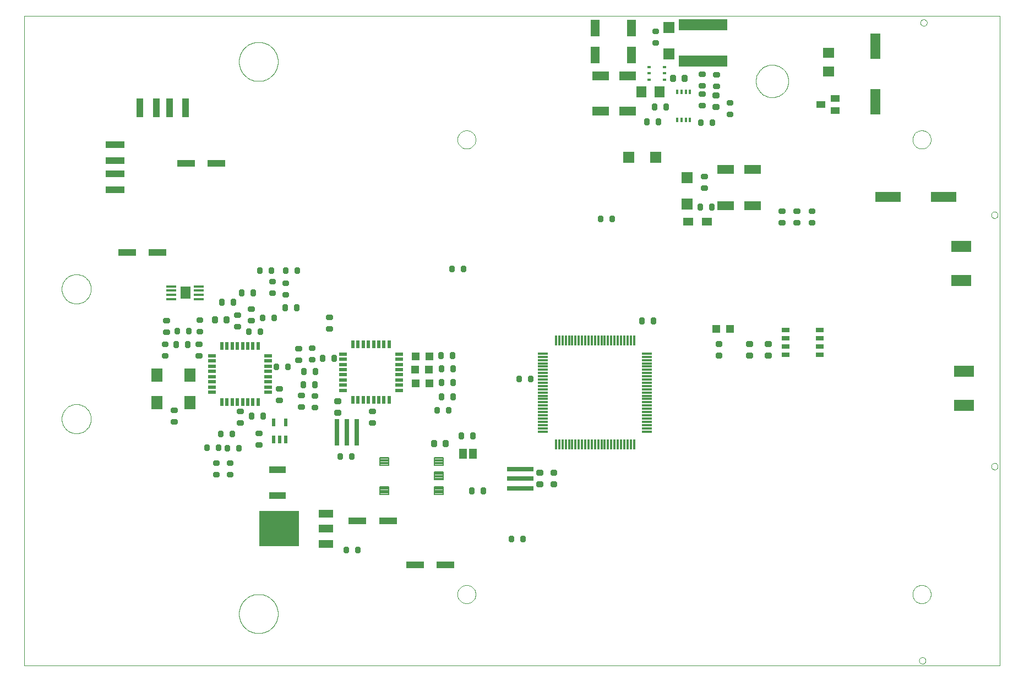
<source format=gtp>
G75*
G70*
%OFA0B0*%
%FSLAX24Y24*%
%IPPOS*%
%LPD*%
%AMOC8*
5,1,8,0,0,1.08239X$1,22.5*
%
%ADD10C,0.0000*%
%ADD11R,0.1102X0.0394*%
%ADD12R,0.0472X0.0472*%
%ADD13R,0.2441X0.2126*%
%ADD14R,0.0630X0.0394*%
%ADD15R,0.0880X0.0480*%
%ADD16R,0.0866X0.1417*%
%ADD17C,0.0283*%
%ADD18R,0.0591X0.0118*%
%ADD19R,0.0118X0.0591*%
%ADD20R,0.0460X0.0630*%
%ADD21C,0.0083*%
%ADD22R,0.0217X0.0472*%
%ADD23R,0.0220X0.0500*%
%ADD24R,0.0500X0.0220*%
%ADD25R,0.0630X0.0157*%
%ADD26R,0.0618X0.0744*%
%ADD27R,0.0440X0.1130*%
%ADD28R,0.0157X0.0260*%
%ADD29R,0.0630X0.0710*%
%ADD30R,0.0710X0.0630*%
%ADD31R,0.0591X0.0472*%
%ADD32R,0.0669X0.0709*%
%ADD33R,0.0551X0.0394*%
%ADD34R,0.0236X0.0177*%
%ADD35R,0.2953X0.0709*%
%ADD36R,0.0984X0.0394*%
%ADD37R,0.1240X0.0701*%
%ADD38R,0.0551X0.1024*%
%ADD39R,0.1024X0.0551*%
%ADD40R,0.0709X0.0787*%
%ADD41R,0.1130X0.0440*%
%ADD42R,0.0709X0.0669*%
%ADD43R,0.0630X0.1535*%
%ADD44R,0.0276X0.1614*%
%ADD45R,0.1614X0.0276*%
%ADD46R,0.1535X0.0630*%
%ADD47R,0.0500X0.0250*%
D10*
X000382Y000190D02*
X000382Y039560D01*
X059437Y039560D01*
X059437Y000190D01*
X000382Y000190D01*
X013374Y003340D02*
X013376Y003409D01*
X013382Y003477D01*
X013392Y003545D01*
X013406Y003612D01*
X013424Y003679D01*
X013445Y003744D01*
X013471Y003808D01*
X013500Y003870D01*
X013532Y003930D01*
X013568Y003989D01*
X013608Y004045D01*
X013650Y004099D01*
X013696Y004150D01*
X013745Y004199D01*
X013796Y004245D01*
X013850Y004287D01*
X013906Y004327D01*
X013964Y004363D01*
X014025Y004395D01*
X014087Y004424D01*
X014151Y004450D01*
X014216Y004471D01*
X014283Y004489D01*
X014350Y004503D01*
X014418Y004513D01*
X014486Y004519D01*
X014555Y004521D01*
X014624Y004519D01*
X014692Y004513D01*
X014760Y004503D01*
X014827Y004489D01*
X014894Y004471D01*
X014959Y004450D01*
X015023Y004424D01*
X015085Y004395D01*
X015145Y004363D01*
X015204Y004327D01*
X015260Y004287D01*
X015314Y004245D01*
X015365Y004199D01*
X015414Y004150D01*
X015460Y004099D01*
X015502Y004045D01*
X015542Y003989D01*
X015578Y003930D01*
X015610Y003870D01*
X015639Y003808D01*
X015665Y003744D01*
X015686Y003679D01*
X015704Y003612D01*
X015718Y003545D01*
X015728Y003477D01*
X015734Y003409D01*
X015736Y003340D01*
X015734Y003271D01*
X015728Y003203D01*
X015718Y003135D01*
X015704Y003068D01*
X015686Y003001D01*
X015665Y002936D01*
X015639Y002872D01*
X015610Y002810D01*
X015578Y002749D01*
X015542Y002691D01*
X015502Y002635D01*
X015460Y002581D01*
X015414Y002530D01*
X015365Y002481D01*
X015314Y002435D01*
X015260Y002393D01*
X015204Y002353D01*
X015146Y002317D01*
X015085Y002285D01*
X015023Y002256D01*
X014959Y002230D01*
X014894Y002209D01*
X014827Y002191D01*
X014760Y002177D01*
X014692Y002167D01*
X014624Y002161D01*
X014555Y002159D01*
X014486Y002161D01*
X014418Y002167D01*
X014350Y002177D01*
X014283Y002191D01*
X014216Y002209D01*
X014151Y002230D01*
X014087Y002256D01*
X014025Y002285D01*
X013964Y002317D01*
X013906Y002353D01*
X013850Y002393D01*
X013796Y002435D01*
X013745Y002481D01*
X013696Y002530D01*
X013650Y002581D01*
X013608Y002635D01*
X013568Y002691D01*
X013532Y002749D01*
X013500Y002810D01*
X013471Y002872D01*
X013445Y002936D01*
X013424Y003001D01*
X013406Y003068D01*
X013392Y003135D01*
X013382Y003203D01*
X013376Y003271D01*
X013374Y003340D01*
X026603Y004521D02*
X026605Y004568D01*
X026611Y004614D01*
X026621Y004660D01*
X026634Y004705D01*
X026652Y004748D01*
X026673Y004790D01*
X026697Y004830D01*
X026725Y004867D01*
X026756Y004902D01*
X026790Y004935D01*
X026826Y004964D01*
X026865Y004990D01*
X026906Y005013D01*
X026949Y005032D01*
X026993Y005048D01*
X027038Y005060D01*
X027084Y005068D01*
X027131Y005072D01*
X027177Y005072D01*
X027224Y005068D01*
X027270Y005060D01*
X027315Y005048D01*
X027359Y005032D01*
X027402Y005013D01*
X027443Y004990D01*
X027482Y004964D01*
X027518Y004935D01*
X027552Y004902D01*
X027583Y004867D01*
X027611Y004830D01*
X027635Y004790D01*
X027656Y004748D01*
X027674Y004705D01*
X027687Y004660D01*
X027697Y004614D01*
X027703Y004568D01*
X027705Y004521D01*
X027703Y004474D01*
X027697Y004428D01*
X027687Y004382D01*
X027674Y004337D01*
X027656Y004294D01*
X027635Y004252D01*
X027611Y004212D01*
X027583Y004175D01*
X027552Y004140D01*
X027518Y004107D01*
X027482Y004078D01*
X027443Y004052D01*
X027402Y004029D01*
X027359Y004010D01*
X027315Y003994D01*
X027270Y003982D01*
X027224Y003974D01*
X027177Y003970D01*
X027131Y003970D01*
X027084Y003974D01*
X027038Y003982D01*
X026993Y003994D01*
X026949Y004010D01*
X026906Y004029D01*
X026865Y004052D01*
X026826Y004078D01*
X026790Y004107D01*
X026756Y004140D01*
X026725Y004175D01*
X026697Y004212D01*
X026673Y004252D01*
X026652Y004294D01*
X026634Y004337D01*
X026621Y004382D01*
X026611Y004428D01*
X026605Y004474D01*
X026603Y004521D01*
X002645Y015151D02*
X002647Y015210D01*
X002653Y015269D01*
X002663Y015327D01*
X002676Y015385D01*
X002694Y015442D01*
X002715Y015497D01*
X002740Y015551D01*
X002769Y015603D01*
X002801Y015652D01*
X002836Y015700D01*
X002874Y015745D01*
X002915Y015788D01*
X002959Y015828D01*
X003005Y015864D01*
X003054Y015898D01*
X003105Y015928D01*
X003158Y015955D01*
X003213Y015978D01*
X003268Y015997D01*
X003326Y016013D01*
X003384Y016025D01*
X003442Y016033D01*
X003501Y016037D01*
X003561Y016037D01*
X003620Y016033D01*
X003678Y016025D01*
X003736Y016013D01*
X003794Y015997D01*
X003849Y015978D01*
X003904Y015955D01*
X003957Y015928D01*
X004008Y015898D01*
X004057Y015864D01*
X004103Y015828D01*
X004147Y015788D01*
X004188Y015745D01*
X004226Y015700D01*
X004261Y015652D01*
X004293Y015603D01*
X004322Y015551D01*
X004347Y015497D01*
X004368Y015442D01*
X004386Y015385D01*
X004399Y015327D01*
X004409Y015269D01*
X004415Y015210D01*
X004417Y015151D01*
X004415Y015092D01*
X004409Y015033D01*
X004399Y014975D01*
X004386Y014917D01*
X004368Y014860D01*
X004347Y014805D01*
X004322Y014751D01*
X004293Y014699D01*
X004261Y014650D01*
X004226Y014602D01*
X004188Y014557D01*
X004147Y014514D01*
X004103Y014474D01*
X004057Y014438D01*
X004008Y014404D01*
X003957Y014374D01*
X003904Y014347D01*
X003849Y014324D01*
X003794Y014305D01*
X003736Y014289D01*
X003678Y014277D01*
X003620Y014269D01*
X003561Y014265D01*
X003501Y014265D01*
X003442Y014269D01*
X003384Y014277D01*
X003326Y014289D01*
X003268Y014305D01*
X003213Y014324D01*
X003158Y014347D01*
X003105Y014374D01*
X003054Y014404D01*
X003005Y014438D01*
X002959Y014474D01*
X002915Y014514D01*
X002874Y014557D01*
X002836Y014602D01*
X002801Y014650D01*
X002769Y014699D01*
X002740Y014751D01*
X002715Y014805D01*
X002694Y014860D01*
X002676Y014917D01*
X002663Y014975D01*
X002653Y015033D01*
X002647Y015092D01*
X002645Y015151D01*
X002645Y023025D02*
X002647Y023084D01*
X002653Y023143D01*
X002663Y023201D01*
X002676Y023259D01*
X002694Y023316D01*
X002715Y023371D01*
X002740Y023425D01*
X002769Y023477D01*
X002801Y023526D01*
X002836Y023574D01*
X002874Y023619D01*
X002915Y023662D01*
X002959Y023702D01*
X003005Y023738D01*
X003054Y023772D01*
X003105Y023802D01*
X003158Y023829D01*
X003213Y023852D01*
X003268Y023871D01*
X003326Y023887D01*
X003384Y023899D01*
X003442Y023907D01*
X003501Y023911D01*
X003561Y023911D01*
X003620Y023907D01*
X003678Y023899D01*
X003736Y023887D01*
X003794Y023871D01*
X003849Y023852D01*
X003904Y023829D01*
X003957Y023802D01*
X004008Y023772D01*
X004057Y023738D01*
X004103Y023702D01*
X004147Y023662D01*
X004188Y023619D01*
X004226Y023574D01*
X004261Y023526D01*
X004293Y023477D01*
X004322Y023425D01*
X004347Y023371D01*
X004368Y023316D01*
X004386Y023259D01*
X004399Y023201D01*
X004409Y023143D01*
X004415Y023084D01*
X004417Y023025D01*
X004415Y022966D01*
X004409Y022907D01*
X004399Y022849D01*
X004386Y022791D01*
X004368Y022734D01*
X004347Y022679D01*
X004322Y022625D01*
X004293Y022573D01*
X004261Y022524D01*
X004226Y022476D01*
X004188Y022431D01*
X004147Y022388D01*
X004103Y022348D01*
X004057Y022312D01*
X004008Y022278D01*
X003957Y022248D01*
X003904Y022221D01*
X003849Y022198D01*
X003794Y022179D01*
X003736Y022163D01*
X003678Y022151D01*
X003620Y022143D01*
X003561Y022139D01*
X003501Y022139D01*
X003442Y022143D01*
X003384Y022151D01*
X003326Y022163D01*
X003268Y022179D01*
X003213Y022198D01*
X003158Y022221D01*
X003105Y022248D01*
X003054Y022278D01*
X003005Y022312D01*
X002959Y022348D01*
X002915Y022388D01*
X002874Y022431D01*
X002836Y022476D01*
X002801Y022524D01*
X002769Y022573D01*
X002740Y022625D01*
X002715Y022679D01*
X002694Y022734D01*
X002676Y022791D01*
X002663Y022849D01*
X002653Y022907D01*
X002647Y022966D01*
X002645Y023025D01*
X013374Y036804D02*
X013376Y036873D01*
X013382Y036941D01*
X013392Y037009D01*
X013406Y037076D01*
X013424Y037143D01*
X013445Y037208D01*
X013471Y037272D01*
X013500Y037334D01*
X013532Y037394D01*
X013568Y037453D01*
X013608Y037509D01*
X013650Y037563D01*
X013696Y037614D01*
X013745Y037663D01*
X013796Y037709D01*
X013850Y037751D01*
X013906Y037791D01*
X013964Y037827D01*
X014025Y037859D01*
X014087Y037888D01*
X014151Y037914D01*
X014216Y037935D01*
X014283Y037953D01*
X014350Y037967D01*
X014418Y037977D01*
X014486Y037983D01*
X014555Y037985D01*
X014624Y037983D01*
X014692Y037977D01*
X014760Y037967D01*
X014827Y037953D01*
X014894Y037935D01*
X014959Y037914D01*
X015023Y037888D01*
X015085Y037859D01*
X015145Y037827D01*
X015204Y037791D01*
X015260Y037751D01*
X015314Y037709D01*
X015365Y037663D01*
X015414Y037614D01*
X015460Y037563D01*
X015502Y037509D01*
X015542Y037453D01*
X015578Y037394D01*
X015610Y037334D01*
X015639Y037272D01*
X015665Y037208D01*
X015686Y037143D01*
X015704Y037076D01*
X015718Y037009D01*
X015728Y036941D01*
X015734Y036873D01*
X015736Y036804D01*
X015734Y036735D01*
X015728Y036667D01*
X015718Y036599D01*
X015704Y036532D01*
X015686Y036465D01*
X015665Y036400D01*
X015639Y036336D01*
X015610Y036274D01*
X015578Y036213D01*
X015542Y036155D01*
X015502Y036099D01*
X015460Y036045D01*
X015414Y035994D01*
X015365Y035945D01*
X015314Y035899D01*
X015260Y035857D01*
X015204Y035817D01*
X015146Y035781D01*
X015085Y035749D01*
X015023Y035720D01*
X014959Y035694D01*
X014894Y035673D01*
X014827Y035655D01*
X014760Y035641D01*
X014692Y035631D01*
X014624Y035625D01*
X014555Y035623D01*
X014486Y035625D01*
X014418Y035631D01*
X014350Y035641D01*
X014283Y035655D01*
X014216Y035673D01*
X014151Y035694D01*
X014087Y035720D01*
X014025Y035749D01*
X013964Y035781D01*
X013906Y035817D01*
X013850Y035857D01*
X013796Y035899D01*
X013745Y035945D01*
X013696Y035994D01*
X013650Y036045D01*
X013608Y036099D01*
X013568Y036155D01*
X013532Y036213D01*
X013500Y036274D01*
X013471Y036336D01*
X013445Y036400D01*
X013424Y036465D01*
X013406Y036532D01*
X013392Y036599D01*
X013382Y036667D01*
X013376Y036735D01*
X013374Y036804D01*
X026603Y032080D02*
X026605Y032127D01*
X026611Y032173D01*
X026621Y032219D01*
X026634Y032264D01*
X026652Y032307D01*
X026673Y032349D01*
X026697Y032389D01*
X026725Y032426D01*
X026756Y032461D01*
X026790Y032494D01*
X026826Y032523D01*
X026865Y032549D01*
X026906Y032572D01*
X026949Y032591D01*
X026993Y032607D01*
X027038Y032619D01*
X027084Y032627D01*
X027131Y032631D01*
X027177Y032631D01*
X027224Y032627D01*
X027270Y032619D01*
X027315Y032607D01*
X027359Y032591D01*
X027402Y032572D01*
X027443Y032549D01*
X027482Y032523D01*
X027518Y032494D01*
X027552Y032461D01*
X027583Y032426D01*
X027611Y032389D01*
X027635Y032349D01*
X027656Y032307D01*
X027674Y032264D01*
X027687Y032219D01*
X027697Y032173D01*
X027703Y032127D01*
X027705Y032080D01*
X027703Y032033D01*
X027697Y031987D01*
X027687Y031941D01*
X027674Y031896D01*
X027656Y031853D01*
X027635Y031811D01*
X027611Y031771D01*
X027583Y031734D01*
X027552Y031699D01*
X027518Y031666D01*
X027482Y031637D01*
X027443Y031611D01*
X027402Y031588D01*
X027359Y031569D01*
X027315Y031553D01*
X027270Y031541D01*
X027224Y031533D01*
X027177Y031529D01*
X027131Y031529D01*
X027084Y031533D01*
X027038Y031541D01*
X026993Y031553D01*
X026949Y031569D01*
X026906Y031588D01*
X026865Y031611D01*
X026826Y031637D01*
X026790Y031666D01*
X026756Y031699D01*
X026725Y031734D01*
X026697Y031771D01*
X026673Y031811D01*
X026652Y031853D01*
X026634Y031896D01*
X026621Y031941D01*
X026611Y031987D01*
X026605Y032033D01*
X026603Y032080D01*
X044673Y035623D02*
X044675Y035685D01*
X044681Y035748D01*
X044691Y035809D01*
X044705Y035870D01*
X044722Y035930D01*
X044743Y035989D01*
X044769Y036046D01*
X044797Y036101D01*
X044829Y036155D01*
X044865Y036206D01*
X044903Y036256D01*
X044945Y036302D01*
X044989Y036346D01*
X045037Y036387D01*
X045086Y036425D01*
X045138Y036459D01*
X045192Y036490D01*
X045248Y036518D01*
X045306Y036542D01*
X045365Y036563D01*
X045425Y036579D01*
X045486Y036592D01*
X045548Y036601D01*
X045610Y036606D01*
X045673Y036607D01*
X045735Y036604D01*
X045797Y036597D01*
X045859Y036586D01*
X045919Y036571D01*
X045979Y036553D01*
X046037Y036531D01*
X046094Y036505D01*
X046149Y036475D01*
X046202Y036442D01*
X046253Y036406D01*
X046301Y036367D01*
X046347Y036324D01*
X046390Y036279D01*
X046430Y036231D01*
X046467Y036181D01*
X046501Y036128D01*
X046532Y036074D01*
X046558Y036018D01*
X046582Y035960D01*
X046601Y035900D01*
X046617Y035840D01*
X046629Y035778D01*
X046637Y035717D01*
X046641Y035654D01*
X046641Y035592D01*
X046637Y035529D01*
X046629Y035468D01*
X046617Y035406D01*
X046601Y035346D01*
X046582Y035286D01*
X046558Y035228D01*
X046532Y035172D01*
X046501Y035118D01*
X046467Y035065D01*
X046430Y035015D01*
X046390Y034967D01*
X046347Y034922D01*
X046301Y034879D01*
X046253Y034840D01*
X046202Y034804D01*
X046149Y034771D01*
X046094Y034741D01*
X046037Y034715D01*
X045979Y034693D01*
X045919Y034675D01*
X045859Y034660D01*
X045797Y034649D01*
X045735Y034642D01*
X045673Y034639D01*
X045610Y034640D01*
X045548Y034645D01*
X045486Y034654D01*
X045425Y034667D01*
X045365Y034683D01*
X045306Y034704D01*
X045248Y034728D01*
X045192Y034756D01*
X045138Y034787D01*
X045086Y034821D01*
X045037Y034859D01*
X044989Y034900D01*
X044945Y034944D01*
X044903Y034990D01*
X044865Y035040D01*
X044829Y035091D01*
X044797Y035145D01*
X044769Y035200D01*
X044743Y035257D01*
X044722Y035316D01*
X044705Y035376D01*
X044691Y035437D01*
X044681Y035498D01*
X044675Y035561D01*
X044673Y035623D01*
X054162Y032080D02*
X054164Y032127D01*
X054170Y032173D01*
X054180Y032219D01*
X054193Y032264D01*
X054211Y032307D01*
X054232Y032349D01*
X054256Y032389D01*
X054284Y032426D01*
X054315Y032461D01*
X054349Y032494D01*
X054385Y032523D01*
X054424Y032549D01*
X054465Y032572D01*
X054508Y032591D01*
X054552Y032607D01*
X054597Y032619D01*
X054643Y032627D01*
X054690Y032631D01*
X054736Y032631D01*
X054783Y032627D01*
X054829Y032619D01*
X054874Y032607D01*
X054918Y032591D01*
X054961Y032572D01*
X055002Y032549D01*
X055041Y032523D01*
X055077Y032494D01*
X055111Y032461D01*
X055142Y032426D01*
X055170Y032389D01*
X055194Y032349D01*
X055215Y032307D01*
X055233Y032264D01*
X055246Y032219D01*
X055256Y032173D01*
X055262Y032127D01*
X055264Y032080D01*
X055262Y032033D01*
X055256Y031987D01*
X055246Y031941D01*
X055233Y031896D01*
X055215Y031853D01*
X055194Y031811D01*
X055170Y031771D01*
X055142Y031734D01*
X055111Y031699D01*
X055077Y031666D01*
X055041Y031637D01*
X055002Y031611D01*
X054961Y031588D01*
X054918Y031569D01*
X054874Y031553D01*
X054829Y031541D01*
X054783Y031533D01*
X054736Y031529D01*
X054690Y031529D01*
X054643Y031533D01*
X054597Y031541D01*
X054552Y031553D01*
X054508Y031569D01*
X054465Y031588D01*
X054424Y031611D01*
X054385Y031637D01*
X054349Y031666D01*
X054315Y031699D01*
X054284Y031734D01*
X054256Y031771D01*
X054232Y031811D01*
X054211Y031853D01*
X054193Y031896D01*
X054180Y031941D01*
X054170Y031987D01*
X054164Y032033D01*
X054162Y032080D01*
X058925Y027513D02*
X058927Y027540D01*
X058933Y027567D01*
X058942Y027593D01*
X058955Y027617D01*
X058971Y027640D01*
X058990Y027659D01*
X059012Y027676D01*
X059036Y027690D01*
X059061Y027700D01*
X059088Y027707D01*
X059115Y027710D01*
X059143Y027709D01*
X059170Y027704D01*
X059196Y027696D01*
X059220Y027684D01*
X059243Y027668D01*
X059264Y027650D01*
X059281Y027629D01*
X059296Y027605D01*
X059307Y027580D01*
X059315Y027554D01*
X059319Y027527D01*
X059319Y027499D01*
X059315Y027472D01*
X059307Y027446D01*
X059296Y027421D01*
X059281Y027397D01*
X059264Y027376D01*
X059243Y027358D01*
X059221Y027342D01*
X059196Y027330D01*
X059170Y027322D01*
X059143Y027317D01*
X059115Y027316D01*
X059088Y027319D01*
X059061Y027326D01*
X059036Y027336D01*
X059012Y027350D01*
X058990Y027367D01*
X058971Y027386D01*
X058955Y027409D01*
X058942Y027433D01*
X058933Y027459D01*
X058927Y027486D01*
X058925Y027513D01*
X054634Y039166D02*
X054636Y039193D01*
X054642Y039220D01*
X054651Y039246D01*
X054664Y039270D01*
X054680Y039293D01*
X054699Y039312D01*
X054721Y039329D01*
X054745Y039343D01*
X054770Y039353D01*
X054797Y039360D01*
X054824Y039363D01*
X054852Y039362D01*
X054879Y039357D01*
X054905Y039349D01*
X054929Y039337D01*
X054952Y039321D01*
X054973Y039303D01*
X054990Y039282D01*
X055005Y039258D01*
X055016Y039233D01*
X055024Y039207D01*
X055028Y039180D01*
X055028Y039152D01*
X055024Y039125D01*
X055016Y039099D01*
X055005Y039074D01*
X054990Y039050D01*
X054973Y039029D01*
X054952Y039011D01*
X054930Y038995D01*
X054905Y038983D01*
X054879Y038975D01*
X054852Y038970D01*
X054824Y038969D01*
X054797Y038972D01*
X054770Y038979D01*
X054745Y038989D01*
X054721Y039003D01*
X054699Y039020D01*
X054680Y039039D01*
X054664Y039062D01*
X054651Y039086D01*
X054642Y039112D01*
X054636Y039139D01*
X054634Y039166D01*
X058925Y012277D02*
X058927Y012304D01*
X058933Y012331D01*
X058942Y012357D01*
X058955Y012381D01*
X058971Y012404D01*
X058990Y012423D01*
X059012Y012440D01*
X059036Y012454D01*
X059061Y012464D01*
X059088Y012471D01*
X059115Y012474D01*
X059143Y012473D01*
X059170Y012468D01*
X059196Y012460D01*
X059220Y012448D01*
X059243Y012432D01*
X059264Y012414D01*
X059281Y012393D01*
X059296Y012369D01*
X059307Y012344D01*
X059315Y012318D01*
X059319Y012291D01*
X059319Y012263D01*
X059315Y012236D01*
X059307Y012210D01*
X059296Y012185D01*
X059281Y012161D01*
X059264Y012140D01*
X059243Y012122D01*
X059221Y012106D01*
X059196Y012094D01*
X059170Y012086D01*
X059143Y012081D01*
X059115Y012080D01*
X059088Y012083D01*
X059061Y012090D01*
X059036Y012100D01*
X059012Y012114D01*
X058990Y012131D01*
X058971Y012150D01*
X058955Y012173D01*
X058942Y012197D01*
X058933Y012223D01*
X058927Y012250D01*
X058925Y012277D01*
X054162Y004521D02*
X054164Y004568D01*
X054170Y004614D01*
X054180Y004660D01*
X054193Y004705D01*
X054211Y004748D01*
X054232Y004790D01*
X054256Y004830D01*
X054284Y004867D01*
X054315Y004902D01*
X054349Y004935D01*
X054385Y004964D01*
X054424Y004990D01*
X054465Y005013D01*
X054508Y005032D01*
X054552Y005048D01*
X054597Y005060D01*
X054643Y005068D01*
X054690Y005072D01*
X054736Y005072D01*
X054783Y005068D01*
X054829Y005060D01*
X054874Y005048D01*
X054918Y005032D01*
X054961Y005013D01*
X055002Y004990D01*
X055041Y004964D01*
X055077Y004935D01*
X055111Y004902D01*
X055142Y004867D01*
X055170Y004830D01*
X055194Y004790D01*
X055215Y004748D01*
X055233Y004705D01*
X055246Y004660D01*
X055256Y004614D01*
X055262Y004568D01*
X055264Y004521D01*
X055262Y004474D01*
X055256Y004428D01*
X055246Y004382D01*
X055233Y004337D01*
X055215Y004294D01*
X055194Y004252D01*
X055170Y004212D01*
X055142Y004175D01*
X055111Y004140D01*
X055077Y004107D01*
X055041Y004078D01*
X055002Y004052D01*
X054961Y004029D01*
X054918Y004010D01*
X054874Y003994D01*
X054829Y003982D01*
X054783Y003974D01*
X054736Y003970D01*
X054690Y003970D01*
X054643Y003974D01*
X054597Y003982D01*
X054552Y003994D01*
X054508Y004010D01*
X054465Y004029D01*
X054424Y004052D01*
X054385Y004078D01*
X054349Y004107D01*
X054315Y004140D01*
X054284Y004175D01*
X054256Y004212D01*
X054232Y004252D01*
X054211Y004294D01*
X054193Y004337D01*
X054180Y004382D01*
X054170Y004428D01*
X054164Y004474D01*
X054162Y004521D01*
X054555Y000505D02*
X054557Y000532D01*
X054563Y000559D01*
X054572Y000585D01*
X054585Y000609D01*
X054601Y000632D01*
X054620Y000651D01*
X054642Y000668D01*
X054666Y000682D01*
X054691Y000692D01*
X054718Y000699D01*
X054745Y000702D01*
X054773Y000701D01*
X054800Y000696D01*
X054826Y000688D01*
X054850Y000676D01*
X054873Y000660D01*
X054894Y000642D01*
X054911Y000621D01*
X054926Y000597D01*
X054937Y000572D01*
X054945Y000546D01*
X054949Y000519D01*
X054949Y000491D01*
X054945Y000464D01*
X054937Y000438D01*
X054926Y000413D01*
X054911Y000389D01*
X054894Y000368D01*
X054873Y000350D01*
X054851Y000334D01*
X054826Y000322D01*
X054800Y000314D01*
X054773Y000309D01*
X054745Y000308D01*
X054718Y000311D01*
X054691Y000318D01*
X054666Y000328D01*
X054642Y000342D01*
X054620Y000359D01*
X054601Y000378D01*
X054585Y000401D01*
X054572Y000425D01*
X054563Y000451D01*
X054557Y000478D01*
X054555Y000505D01*
D11*
X025886Y006294D03*
X024036Y006294D03*
X022397Y008961D03*
X020547Y008961D03*
X008453Y025249D03*
X006602Y025249D03*
X010165Y030623D03*
X012016Y030623D03*
D12*
X024066Y018938D03*
X024893Y018938D03*
X024873Y018129D03*
X024046Y018129D03*
X024066Y017320D03*
X024893Y017320D03*
X042269Y020590D03*
X043095Y020590D03*
D13*
X015798Y008490D03*
D14*
X018672Y007592D03*
X018672Y009388D03*
D15*
X018652Y009400D03*
X018652Y008490D03*
X018652Y007580D03*
D16*
X016212Y008490D03*
D17*
X019833Y007286D02*
X019833Y007136D01*
X019833Y007286D02*
X019905Y007286D01*
X019905Y007136D01*
X019833Y007136D01*
X020533Y007136D02*
X020533Y007286D01*
X020605Y007286D01*
X020605Y007136D01*
X020533Y007136D01*
X027446Y010715D02*
X027518Y010715D01*
X027446Y010715D02*
X027446Y010865D01*
X027518Y010865D01*
X027518Y010715D01*
X028146Y010715D02*
X028218Y010715D01*
X028146Y010715D02*
X028146Y010865D01*
X028218Y010865D01*
X028218Y010715D01*
X031657Y011154D02*
X031657Y011226D01*
X031657Y011154D02*
X031507Y011154D01*
X031507Y011226D01*
X031657Y011226D01*
X032357Y011226D02*
X032357Y011154D01*
X032357Y011226D02*
X032507Y011226D01*
X032507Y011154D01*
X032357Y011154D01*
X032357Y011854D02*
X032357Y011926D01*
X032507Y011926D01*
X032507Y011854D01*
X032357Y011854D01*
X031657Y011854D02*
X031657Y011926D01*
X031657Y011854D02*
X031507Y011854D01*
X031507Y011926D01*
X031657Y011926D01*
X027506Y014042D02*
X027506Y014192D01*
X027578Y014192D01*
X027578Y014042D01*
X027506Y014042D01*
X026806Y014042D02*
X026806Y014192D01*
X026878Y014192D01*
X026878Y014042D01*
X026806Y014042D01*
X025924Y013728D02*
X025924Y013578D01*
X025852Y013578D01*
X025852Y013728D01*
X025924Y013728D01*
X025224Y013728D02*
X025224Y013578D01*
X025152Y013578D01*
X025152Y013728D01*
X025224Y013728D01*
X025337Y015591D02*
X025409Y015591D01*
X025337Y015591D02*
X025337Y015741D01*
X025409Y015741D01*
X025409Y015591D01*
X026037Y015591D02*
X026109Y015591D01*
X026037Y015591D02*
X026037Y015741D01*
X026109Y015741D01*
X026109Y015591D01*
X026313Y016411D02*
X026385Y016411D01*
X026313Y016411D02*
X026313Y016561D01*
X026385Y016561D01*
X026385Y016411D01*
X025685Y016411D02*
X025613Y016411D01*
X025613Y016561D01*
X025685Y016561D01*
X025685Y016411D01*
X025665Y017434D02*
X025593Y017434D01*
X025665Y017434D02*
X025665Y017284D01*
X025593Y017284D01*
X025593Y017434D01*
X026293Y017434D02*
X026365Y017434D01*
X026365Y017284D01*
X026293Y017284D01*
X026293Y017434D01*
X026293Y018272D02*
X026365Y018272D01*
X026365Y018122D01*
X026293Y018122D01*
X026293Y018272D01*
X025665Y018272D02*
X025593Y018272D01*
X025665Y018272D02*
X025665Y018122D01*
X025593Y018122D01*
X025593Y018272D01*
X025583Y018922D02*
X025655Y018922D01*
X025583Y018922D02*
X025583Y019072D01*
X025655Y019072D01*
X025655Y018922D01*
X026283Y018922D02*
X026355Y018922D01*
X026283Y018922D02*
X026283Y019072D01*
X026355Y019072D01*
X026355Y018922D01*
X030312Y017641D02*
X030312Y017491D01*
X030312Y017641D02*
X030384Y017641D01*
X030384Y017491D01*
X030312Y017491D01*
X031012Y017491D02*
X031012Y017641D01*
X031084Y017641D01*
X031084Y017491D01*
X031012Y017491D01*
X037818Y021015D02*
X037818Y021165D01*
X037818Y021015D02*
X037746Y021015D01*
X037746Y021165D01*
X037818Y021165D01*
X038518Y021165D02*
X038518Y021015D01*
X038446Y021015D01*
X038446Y021165D01*
X038518Y021165D01*
X042357Y019726D02*
X042357Y019654D01*
X042357Y019726D02*
X042507Y019726D01*
X042507Y019654D01*
X042357Y019654D01*
X042357Y019026D02*
X042357Y018954D01*
X042357Y019026D02*
X042507Y019026D01*
X042507Y018954D01*
X042357Y018954D01*
X044359Y018954D02*
X044359Y019026D01*
X044359Y018954D02*
X044209Y018954D01*
X044209Y019026D01*
X044359Y019026D01*
X044359Y019654D02*
X044359Y019726D01*
X044359Y019654D02*
X044209Y019654D01*
X044209Y019726D01*
X044359Y019726D01*
X045498Y019726D02*
X045498Y019654D01*
X045348Y019654D01*
X045348Y019726D01*
X045498Y019726D01*
X045498Y019026D02*
X045498Y018954D01*
X045348Y018954D01*
X045348Y019026D01*
X045498Y019026D01*
X046173Y027009D02*
X046173Y027081D01*
X046323Y027081D01*
X046323Y027009D01*
X046173Y027009D01*
X046173Y027709D02*
X046173Y027781D01*
X046323Y027781D01*
X046323Y027709D01*
X046173Y027709D01*
X047079Y027689D02*
X047229Y027689D01*
X047079Y027689D02*
X047079Y027761D01*
X047229Y027761D01*
X047229Y027689D01*
X047229Y026989D02*
X047079Y026989D01*
X047079Y027061D01*
X047229Y027061D01*
X047229Y026989D01*
X048004Y026989D02*
X048004Y027061D01*
X048154Y027061D01*
X048154Y026989D01*
X048004Y026989D01*
X048004Y027689D02*
X048004Y027761D01*
X048154Y027761D01*
X048154Y027689D01*
X048004Y027689D01*
X042028Y027910D02*
X041956Y027910D01*
X041956Y028060D01*
X042028Y028060D01*
X042028Y027910D01*
X041328Y027910D02*
X041256Y027910D01*
X041256Y028060D01*
X041328Y028060D01*
X041328Y027910D01*
X041488Y029095D02*
X041488Y029167D01*
X041638Y029167D01*
X041638Y029095D01*
X041488Y029095D01*
X041488Y029795D02*
X041488Y029867D01*
X041638Y029867D01*
X041638Y029795D01*
X041488Y029795D01*
X041387Y033028D02*
X041387Y033178D01*
X041387Y033028D02*
X041315Y033028D01*
X041315Y033178D01*
X041387Y033178D01*
X042087Y033178D02*
X042087Y033028D01*
X042015Y033028D01*
X042015Y033178D01*
X042087Y033178D01*
X042177Y034017D02*
X042177Y034089D01*
X042327Y034089D01*
X042327Y034017D01*
X042177Y034017D01*
X041500Y034095D02*
X041500Y034167D01*
X041500Y034095D02*
X041350Y034095D01*
X041350Y034167D01*
X041500Y034167D01*
X041500Y034795D02*
X041500Y034867D01*
X041500Y034795D02*
X041350Y034795D01*
X041350Y034867D01*
X041500Y034867D01*
X041350Y035296D02*
X041350Y035368D01*
X041500Y035368D01*
X041500Y035296D01*
X041350Y035296D01*
X042216Y035276D02*
X042366Y035276D01*
X042216Y035276D02*
X042216Y035348D01*
X042366Y035348D01*
X042366Y035276D01*
X042177Y034789D02*
X042177Y034717D01*
X042177Y034789D02*
X042327Y034789D01*
X042327Y034717D01*
X042177Y034717D01*
X043023Y034336D02*
X043023Y034264D01*
X043023Y034336D02*
X043173Y034336D01*
X043173Y034264D01*
X043023Y034264D01*
X043023Y033636D02*
X043023Y033564D01*
X043023Y033636D02*
X043173Y033636D01*
X043173Y033564D01*
X043023Y033564D01*
X040394Y035706D02*
X040322Y035706D01*
X040322Y035856D01*
X040394Y035856D01*
X040394Y035706D01*
X039694Y035706D02*
X039622Y035706D01*
X039622Y035856D01*
X039694Y035856D01*
X039694Y035706D01*
X041350Y035996D02*
X041350Y036068D01*
X041500Y036068D01*
X041500Y035996D01*
X041350Y035996D01*
X042216Y035976D02*
X042366Y035976D01*
X042216Y035976D02*
X042216Y036048D01*
X042366Y036048D01*
X042366Y035976D01*
X039272Y033973D02*
X039200Y033973D01*
X039200Y034123D01*
X039272Y034123D01*
X039272Y033973D01*
X038572Y033973D02*
X038500Y033973D01*
X038500Y034123D01*
X038572Y034123D01*
X038572Y033973D01*
X038747Y033237D02*
X038747Y033087D01*
X038747Y033237D02*
X038819Y033237D01*
X038819Y033087D01*
X038747Y033087D01*
X038047Y033087D02*
X038047Y033237D01*
X038119Y033237D01*
X038119Y033087D01*
X038047Y033087D01*
X038535Y037967D02*
X038685Y037967D01*
X038685Y037895D01*
X038535Y037895D01*
X038535Y037967D01*
X038535Y038667D02*
X038685Y038667D01*
X038685Y038595D01*
X038535Y038595D01*
X038535Y038667D01*
X036004Y027352D02*
X035932Y027352D01*
X036004Y027352D02*
X036004Y027202D01*
X035932Y027202D01*
X035932Y027352D01*
X035304Y027352D02*
X035232Y027352D01*
X035304Y027352D02*
X035304Y027202D01*
X035232Y027202D01*
X035232Y027352D01*
X027018Y024315D02*
X027018Y024165D01*
X026946Y024165D01*
X026946Y024315D01*
X027018Y024315D01*
X026318Y024315D02*
X026318Y024165D01*
X026246Y024165D01*
X026246Y024315D01*
X026318Y024315D01*
X018928Y021340D02*
X018928Y021268D01*
X018778Y021268D01*
X018778Y021340D01*
X018928Y021340D01*
X018928Y020640D02*
X018928Y020568D01*
X018778Y020568D01*
X018778Y020640D01*
X018928Y020640D01*
X017878Y019474D02*
X017878Y019402D01*
X017728Y019402D01*
X017728Y019474D01*
X017878Y019474D01*
X017071Y019362D02*
X016921Y019362D01*
X016921Y019434D01*
X017071Y019434D01*
X017071Y019362D01*
X017071Y018662D02*
X016921Y018662D01*
X016921Y018734D01*
X017071Y018734D01*
X017071Y018662D01*
X017878Y018702D02*
X017878Y018774D01*
X017878Y018702D02*
X017728Y018702D01*
X017728Y018774D01*
X017878Y018774D01*
X018408Y018750D02*
X018408Y018900D01*
X018480Y018900D01*
X018480Y018750D01*
X018408Y018750D01*
X019108Y018750D02*
X019108Y018900D01*
X019180Y018900D01*
X019180Y018750D01*
X019108Y018750D01*
X018032Y018100D02*
X017960Y018100D01*
X018032Y018100D02*
X018032Y017950D01*
X017960Y017950D01*
X017960Y018100D01*
X017332Y018100D02*
X017260Y018100D01*
X017332Y018100D02*
X017332Y017950D01*
X017260Y017950D01*
X017260Y018100D01*
X016364Y018229D02*
X016292Y018229D01*
X016292Y018379D01*
X016364Y018379D01*
X016364Y018229D01*
X015664Y018229D02*
X015592Y018229D01*
X015592Y018379D01*
X015664Y018379D01*
X015664Y018229D01*
X015755Y017020D02*
X015755Y016948D01*
X015755Y017020D02*
X015905Y017020D01*
X015905Y016948D01*
X015755Y016948D01*
X015755Y016320D02*
X015755Y016248D01*
X015755Y016320D02*
X015905Y016320D01*
X015905Y016248D01*
X015755Y016248D01*
X014862Y015398D02*
X014862Y015248D01*
X014790Y015248D01*
X014790Y015398D01*
X014862Y015398D01*
X014162Y015398D02*
X014162Y015248D01*
X014090Y015248D01*
X014090Y015398D01*
X014162Y015398D01*
X013373Y015567D02*
X013373Y015639D01*
X013523Y015639D01*
X013523Y015567D01*
X013373Y015567D01*
X013373Y014939D02*
X013373Y014867D01*
X013373Y014939D02*
X013523Y014939D01*
X013523Y014867D01*
X013373Y014867D01*
X013019Y014165D02*
X012947Y014165D01*
X012947Y014315D01*
X013019Y014315D01*
X013019Y014165D01*
X012319Y014165D02*
X012247Y014165D01*
X012247Y014315D01*
X012319Y014315D01*
X012319Y014165D01*
X012094Y013474D02*
X012094Y013324D01*
X012094Y013474D02*
X012166Y013474D01*
X012166Y013324D01*
X012094Y013324D01*
X012706Y013304D02*
X012706Y013454D01*
X012706Y013304D02*
X012634Y013304D01*
X012634Y013454D01*
X012706Y013454D01*
X013406Y013454D02*
X013406Y013304D01*
X013334Y013304D01*
X013334Y013454D01*
X013406Y013454D01*
X012767Y012513D02*
X012767Y012441D01*
X012767Y012513D02*
X012917Y012513D01*
X012917Y012441D01*
X012767Y012441D01*
X012767Y011813D02*
X012767Y011741D01*
X012767Y011813D02*
X012917Y011813D01*
X012917Y011741D01*
X012767Y011741D01*
X011936Y011740D02*
X011936Y011812D01*
X012086Y011812D01*
X012086Y011740D01*
X011936Y011740D01*
X011936Y012440D02*
X011936Y012512D01*
X012086Y012512D01*
X012086Y012440D01*
X011936Y012440D01*
X011394Y013324D02*
X011394Y013474D01*
X011466Y013474D01*
X011466Y013324D01*
X011394Y013324D01*
X009532Y014942D02*
X009382Y014942D01*
X009382Y015014D01*
X009532Y015014D01*
X009532Y014942D01*
X009532Y015642D02*
X009382Y015642D01*
X009382Y015714D01*
X009532Y015714D01*
X009532Y015642D01*
X008831Y018938D02*
X008831Y019010D01*
X008981Y019010D01*
X008981Y018938D01*
X008831Y018938D01*
X008831Y019638D02*
X008831Y019710D01*
X008981Y019710D01*
X008981Y019638D01*
X008831Y019638D01*
X009543Y019584D02*
X009615Y019584D01*
X009543Y019584D02*
X009543Y019734D01*
X009615Y019734D01*
X009615Y019584D01*
X010243Y019584D02*
X010315Y019584D01*
X010243Y019584D02*
X010243Y019734D01*
X010315Y019734D01*
X010315Y019584D01*
X010878Y019710D02*
X011028Y019710D01*
X011028Y019638D01*
X010878Y019638D01*
X010878Y019710D01*
X010878Y019010D02*
X011028Y019010D01*
X011028Y018938D01*
X010878Y018938D01*
X010878Y019010D01*
X010937Y020395D02*
X011087Y020395D01*
X010937Y020395D02*
X010937Y020467D01*
X011087Y020467D01*
X011087Y020395D01*
X010374Y020391D02*
X010302Y020391D01*
X010302Y020541D01*
X010374Y020541D01*
X010374Y020391D01*
X009674Y020391D02*
X009602Y020391D01*
X009602Y020541D01*
X009674Y020541D01*
X009674Y020391D01*
X009059Y020375D02*
X009059Y020447D01*
X009059Y020375D02*
X008909Y020375D01*
X008909Y020447D01*
X009059Y020447D01*
X009059Y021075D02*
X009059Y021147D01*
X009059Y021075D02*
X008909Y021075D01*
X008909Y021147D01*
X009059Y021147D01*
X010937Y021095D02*
X011087Y021095D01*
X010937Y021095D02*
X010937Y021167D01*
X011087Y021167D01*
X011087Y021095D01*
X011958Y021080D02*
X011958Y021230D01*
X011958Y021080D02*
X011886Y021080D01*
X011886Y021230D01*
X011958Y021230D01*
X012658Y021230D02*
X012658Y021080D01*
X012586Y021080D01*
X012586Y021230D01*
X012658Y021230D01*
X013220Y021410D02*
X013220Y021482D01*
X013370Y021482D01*
X013370Y021410D01*
X013220Y021410D01*
X014047Y021136D02*
X014047Y021064D01*
X014047Y021136D02*
X014197Y021136D01*
X014197Y021064D01*
X014047Y021064D01*
X014832Y021198D02*
X014832Y021348D01*
X014832Y021198D02*
X014760Y021198D01*
X014760Y021348D01*
X014832Y021348D01*
X015532Y021348D02*
X015532Y021198D01*
X015460Y021198D01*
X015460Y021348D01*
X015532Y021348D01*
X016138Y021808D02*
X016138Y021958D01*
X016210Y021958D01*
X016210Y021808D01*
X016138Y021808D01*
X016838Y021808D02*
X016838Y021958D01*
X016910Y021958D01*
X016910Y021808D01*
X016838Y021808D01*
X016134Y022639D02*
X016134Y022711D01*
X016284Y022711D01*
X016284Y022639D01*
X016134Y022639D01*
X016134Y023339D02*
X016134Y023411D01*
X016284Y023411D01*
X016284Y023339D01*
X016134Y023339D01*
X015327Y023437D02*
X015327Y023509D01*
X015477Y023509D01*
X015477Y023437D01*
X015327Y023437D01*
X015327Y022809D02*
X015327Y022737D01*
X015327Y022809D02*
X015477Y022809D01*
X015477Y022737D01*
X015327Y022737D01*
X014272Y022713D02*
X014200Y022713D01*
X014200Y022863D01*
X014272Y022863D01*
X014272Y022713D01*
X013572Y022713D02*
X013500Y022713D01*
X013500Y022863D01*
X013572Y022863D01*
X013572Y022713D01*
X013071Y022293D02*
X012999Y022293D01*
X013071Y022293D02*
X013071Y022143D01*
X012999Y022143D01*
X012999Y022293D01*
X012371Y022293D02*
X012299Y022293D01*
X012371Y022293D02*
X012371Y022143D01*
X012299Y022143D01*
X012299Y022293D01*
X014047Y021836D02*
X014047Y021764D01*
X014047Y021836D02*
X014197Y021836D01*
X014197Y021764D01*
X014047Y021764D01*
X013220Y020782D02*
X013220Y020710D01*
X013220Y020782D02*
X013370Y020782D01*
X013370Y020710D01*
X013220Y020710D01*
X013933Y020521D02*
X013933Y020371D01*
X013933Y020521D02*
X014005Y020521D01*
X014005Y020371D01*
X013933Y020371D01*
X014633Y020371D02*
X014633Y020521D01*
X014705Y020521D01*
X014705Y020371D01*
X014633Y020371D01*
X017240Y017293D02*
X017312Y017293D01*
X017312Y017143D01*
X017240Y017143D01*
X017240Y017293D01*
X017229Y016600D02*
X017079Y016600D01*
X017229Y016600D02*
X017229Y016528D01*
X017079Y016528D01*
X017079Y016600D01*
X017079Y015900D02*
X017229Y015900D01*
X017229Y015828D01*
X017079Y015828D01*
X017079Y015900D01*
X017905Y015880D02*
X017905Y015808D01*
X017905Y015880D02*
X018055Y015880D01*
X018055Y015808D01*
X017905Y015808D01*
X017905Y016508D02*
X017905Y016580D01*
X018055Y016580D01*
X018055Y016508D01*
X017905Y016508D01*
X017940Y017293D02*
X018012Y017293D01*
X018012Y017143D01*
X017940Y017143D01*
X017940Y017293D01*
X019278Y016256D02*
X019278Y016184D01*
X019278Y016256D02*
X019428Y016256D01*
X019428Y016184D01*
X019278Y016184D01*
X019278Y015556D02*
X019278Y015484D01*
X019278Y015556D02*
X019428Y015556D01*
X019428Y015484D01*
X019278Y015484D01*
X021374Y015576D02*
X021524Y015576D01*
X021374Y015576D02*
X021374Y015648D01*
X021524Y015648D01*
X021524Y015576D01*
X021524Y014876D02*
X021374Y014876D01*
X021374Y014948D01*
X021524Y014948D01*
X021524Y014876D01*
X020240Y012800D02*
X020168Y012800D01*
X020168Y012950D01*
X020240Y012950D01*
X020240Y012800D01*
X019540Y012800D02*
X019468Y012800D01*
X019468Y012950D01*
X019540Y012950D01*
X019540Y012800D01*
X014667Y013615D02*
X014517Y013615D01*
X014667Y013615D02*
X014667Y013543D01*
X014517Y013543D01*
X014517Y013615D01*
X014517Y014315D02*
X014667Y014315D01*
X014667Y014243D01*
X014517Y014243D01*
X014517Y014315D01*
X014602Y024222D02*
X014674Y024222D01*
X014674Y024072D01*
X014602Y024072D01*
X014602Y024222D01*
X015302Y024222D02*
X015374Y024222D01*
X015374Y024072D01*
X015302Y024072D01*
X015302Y024222D01*
X016157Y024072D02*
X016229Y024072D01*
X016157Y024072D02*
X016157Y024222D01*
X016229Y024222D01*
X016229Y024072D01*
X016857Y024072D02*
X016929Y024072D01*
X016857Y024072D02*
X016857Y024222D01*
X016929Y024222D01*
X016929Y024072D01*
X029897Y007953D02*
X029897Y007803D01*
X029825Y007803D01*
X029825Y007953D01*
X029897Y007953D01*
X030597Y007953D02*
X030597Y007803D01*
X030525Y007803D01*
X030525Y007953D01*
X030597Y007953D01*
D18*
X031782Y014388D03*
X031782Y014585D03*
X031782Y014782D03*
X031782Y014978D03*
X031782Y015175D03*
X031782Y015372D03*
X031782Y015569D03*
X031782Y015766D03*
X031782Y015963D03*
X031782Y016159D03*
X031782Y016356D03*
X031782Y016553D03*
X031782Y016750D03*
X031782Y016947D03*
X031782Y017144D03*
X031782Y017341D03*
X031782Y017537D03*
X031782Y017734D03*
X031782Y017931D03*
X031782Y018128D03*
X031782Y018325D03*
X031782Y018522D03*
X031782Y018719D03*
X031782Y018915D03*
X031782Y019112D03*
X038081Y019112D03*
X038081Y018915D03*
X038081Y018719D03*
X038081Y018522D03*
X038081Y018325D03*
X038081Y018128D03*
X038081Y017931D03*
X038081Y017734D03*
X038081Y017537D03*
X038081Y017341D03*
X038081Y017144D03*
X038081Y016947D03*
X038081Y016750D03*
X038081Y016553D03*
X038081Y016356D03*
X038081Y016159D03*
X038081Y015963D03*
X038081Y015766D03*
X038081Y015569D03*
X038081Y015372D03*
X038081Y015175D03*
X038081Y014978D03*
X038081Y014782D03*
X038081Y014585D03*
X038081Y014388D03*
D19*
X037294Y013600D03*
X037097Y013600D03*
X036900Y013600D03*
X036704Y013600D03*
X036507Y013600D03*
X036310Y013600D03*
X036113Y013600D03*
X035916Y013600D03*
X035719Y013600D03*
X035522Y013600D03*
X035326Y013600D03*
X035129Y013600D03*
X034932Y013600D03*
X034735Y013600D03*
X034538Y013600D03*
X034341Y013600D03*
X034144Y013600D03*
X033948Y013600D03*
X033751Y013600D03*
X033554Y013600D03*
X033357Y013600D03*
X033160Y013600D03*
X032963Y013600D03*
X032767Y013600D03*
X032570Y013600D03*
X032570Y019900D03*
X032767Y019900D03*
X032963Y019900D03*
X033160Y019900D03*
X033357Y019900D03*
X033554Y019900D03*
X033751Y019900D03*
X033948Y019900D03*
X034144Y019900D03*
X034341Y019900D03*
X034538Y019900D03*
X034735Y019900D03*
X034932Y019900D03*
X035129Y019900D03*
X035326Y019900D03*
X035522Y019900D03*
X035719Y019900D03*
X035916Y019900D03*
X036113Y019900D03*
X036310Y019900D03*
X036507Y019900D03*
X036704Y019900D03*
X036900Y019900D03*
X037097Y019900D03*
X037294Y019900D03*
D20*
X027531Y013047D03*
X026931Y013047D03*
D21*
X025752Y012816D02*
X025204Y012816D01*
X025752Y012816D02*
X025752Y012348D01*
X025204Y012348D01*
X025204Y012816D01*
X025204Y012430D02*
X025752Y012430D01*
X025752Y012512D02*
X025204Y012512D01*
X025204Y012594D02*
X025752Y012594D01*
X025752Y012676D02*
X025204Y012676D01*
X025204Y012758D02*
X025752Y012758D01*
X025752Y011930D02*
X025204Y011930D01*
X025752Y011930D02*
X025752Y011462D01*
X025204Y011462D01*
X025204Y011930D01*
X025204Y011544D02*
X025752Y011544D01*
X025752Y011626D02*
X025204Y011626D01*
X025204Y011708D02*
X025752Y011708D01*
X025752Y011790D02*
X025204Y011790D01*
X025204Y011872D02*
X025752Y011872D01*
X025752Y011044D02*
X025204Y011044D01*
X025752Y011044D02*
X025752Y010576D01*
X025204Y010576D01*
X025204Y011044D01*
X025204Y010658D02*
X025752Y010658D01*
X025752Y010740D02*
X025204Y010740D01*
X025204Y010822D02*
X025752Y010822D01*
X025752Y010904D02*
X025204Y010904D01*
X025204Y010986D02*
X025752Y010986D01*
X022445Y011044D02*
X021897Y011044D01*
X022445Y011044D02*
X022445Y010576D01*
X021897Y010576D01*
X021897Y011044D01*
X021897Y010658D02*
X022445Y010658D01*
X022445Y010740D02*
X021897Y010740D01*
X021897Y010822D02*
X022445Y010822D01*
X022445Y010904D02*
X021897Y010904D01*
X021897Y010986D02*
X022445Y010986D01*
X022445Y012816D02*
X021897Y012816D01*
X022445Y012816D02*
X022445Y012348D01*
X021897Y012348D01*
X021897Y012816D01*
X021897Y012430D02*
X022445Y012430D01*
X022445Y012512D02*
X021897Y012512D01*
X021897Y012594D02*
X022445Y012594D01*
X022445Y012676D02*
X021897Y012676D01*
X021897Y012758D02*
X022445Y012758D01*
D22*
X016206Y013921D03*
X015832Y013921D03*
X015458Y013921D03*
X015458Y014945D03*
X016206Y014945D03*
D23*
X014536Y016184D03*
X014221Y016184D03*
X013906Y016184D03*
X013591Y016184D03*
X013276Y016184D03*
X012961Y016184D03*
X012646Y016184D03*
X012331Y016184D03*
X012331Y019564D03*
X012646Y019564D03*
X012961Y019564D03*
X013276Y019564D03*
X013591Y019564D03*
X013906Y019564D03*
X014221Y019564D03*
X014536Y019564D03*
X020265Y019672D03*
X020580Y019672D03*
X020894Y019672D03*
X021209Y019672D03*
X021524Y019672D03*
X021839Y019672D03*
X022154Y019672D03*
X022469Y019672D03*
X022469Y016292D03*
X022154Y016292D03*
X021839Y016292D03*
X021524Y016292D03*
X021209Y016292D03*
X020894Y016292D03*
X020580Y016292D03*
X020265Y016292D03*
D24*
X019677Y016879D03*
X019677Y017194D03*
X019677Y017509D03*
X019677Y017824D03*
X019677Y018139D03*
X019677Y018454D03*
X019677Y018769D03*
X019677Y019084D03*
X023057Y019084D03*
X023057Y018769D03*
X023057Y018454D03*
X023057Y018139D03*
X023057Y017824D03*
X023057Y017509D03*
X023057Y017194D03*
X023057Y016879D03*
X015123Y016772D03*
X015123Y017086D03*
X015123Y017401D03*
X015123Y017716D03*
X015123Y018031D03*
X015123Y018346D03*
X015123Y018661D03*
X015123Y018976D03*
X011743Y018976D03*
X011743Y018661D03*
X011743Y018346D03*
X011743Y018031D03*
X011743Y017716D03*
X011743Y017401D03*
X011743Y017086D03*
X011743Y016772D03*
D25*
X010926Y022412D03*
X010926Y022668D03*
X010926Y022924D03*
X010926Y023180D03*
X009272Y023180D03*
X009272Y022924D03*
X009272Y022668D03*
X009272Y022412D03*
D26*
X010138Y022796D03*
D27*
X010148Y033997D03*
X009158Y033997D03*
X008378Y033997D03*
X007388Y033997D03*
D28*
X039919Y033277D03*
X040175Y033277D03*
X040431Y033277D03*
X040687Y033277D03*
X040687Y034977D03*
X040431Y034977D03*
X040175Y034977D03*
X039919Y034977D03*
D29*
X038855Y034974D03*
X037735Y034974D03*
D30*
X049083Y036205D03*
X049083Y037325D03*
D31*
X041701Y027099D03*
X040559Y027099D03*
D32*
X040500Y028162D03*
X040500Y029777D03*
X039417Y037257D03*
X039417Y038871D03*
D33*
X048591Y034206D03*
X049457Y034580D03*
X049457Y033832D03*
D34*
X039130Y035722D03*
X039130Y036096D03*
X039130Y036470D03*
X038209Y036470D03*
X038209Y036096D03*
X038209Y035722D03*
D35*
X041484Y036824D03*
X041484Y039029D03*
D36*
X015717Y012080D03*
X015717Y010505D03*
D37*
X057114Y023531D03*
X057114Y025590D03*
X057272Y018031D03*
X057272Y015972D03*
D38*
X037154Y037218D03*
X037154Y038832D03*
X034929Y038832D03*
X034929Y037218D03*
D39*
X035283Y035938D03*
X036898Y035938D03*
X036898Y033812D03*
X035283Y033812D03*
X042843Y030269D03*
X044457Y030269D03*
X044457Y028064D03*
X042843Y028064D03*
D40*
X010417Y017808D03*
X008417Y017808D03*
X008417Y016155D03*
X010417Y016155D03*
D41*
X005886Y029027D03*
X005886Y030017D03*
X005886Y030797D03*
X005886Y031787D03*
D42*
X036976Y031017D03*
X038591Y031017D03*
D43*
X051917Y034383D03*
X051917Y037729D03*
D44*
X020500Y014324D03*
X019909Y014324D03*
X019319Y014324D03*
D45*
X030421Y012119D03*
X030421Y011529D03*
X030421Y010938D03*
D46*
X052685Y028615D03*
X056031Y028615D03*
D47*
X048531Y020546D03*
X048531Y020046D03*
X048531Y019546D03*
X048531Y019046D03*
X046484Y019046D03*
X046484Y019546D03*
X046484Y020046D03*
X046484Y020546D03*
M02*

</source>
